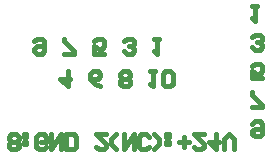
<source format=gbo>
G04*
G04 #@! TF.GenerationSoftware,Altium Limited,Altium Designer,20.0.13 (296)*
G04*
G04 Layer_Color=32896*
%FSLAX24Y24*%
%MOIN*%
G70*
G01*
G75*
%ADD11C,0.0150*%
D11*
X25951Y37163D02*
Y36663D01*
X25701Y36913D01*
X26034D01*
X27034Y36663D02*
X26867Y36746D01*
X26701Y36913D01*
Y37080D01*
X26784Y37163D01*
X26951D01*
X27034Y37080D01*
Y36996D01*
X26951Y36913D01*
X26701D01*
X27701Y36746D02*
X27784Y36663D01*
X27950D01*
X28034Y36746D01*
Y36830D01*
X27950Y36913D01*
X28034Y36996D01*
Y37080D01*
X27950Y37163D01*
X27784D01*
X27701Y37080D01*
Y36996D01*
X27784Y36913D01*
X27701Y36830D01*
Y36746D01*
X27784Y36913D02*
X27950D01*
X28700Y37163D02*
X28867D01*
X28784D01*
Y36663D01*
X28700Y36746D01*
X29117D02*
X29200Y36663D01*
X29367D01*
X29450Y36746D01*
Y37080D01*
X29367Y37163D01*
X29200D01*
X29117Y37080D01*
Y36746D01*
X23979Y34660D02*
X24062Y34577D01*
X24229D01*
X24312Y34660D01*
Y34743D01*
X24229Y34826D01*
X24312Y34910D01*
Y34993D01*
X24229Y35076D01*
X24062D01*
X23979Y34993D01*
Y34910D01*
X24062Y34826D01*
X23979Y34743D01*
Y34660D01*
X24062Y34826D02*
X24229D01*
X24479Y34743D02*
X24562D01*
Y34826D01*
X24479D01*
Y34743D01*
Y34993D02*
X24562D01*
Y35076D01*
X24479D01*
Y34993D01*
X25228Y34660D02*
X25145Y34577D01*
X24978D01*
X24895Y34660D01*
Y34993D01*
X24978Y35076D01*
X25145D01*
X25228Y34993D01*
Y34826D01*
X25062D01*
X25395Y35076D02*
Y34577D01*
X25728Y35076D01*
Y34577D01*
X25895D02*
Y35076D01*
X26145D01*
X26228Y34993D01*
Y34660D01*
X26145Y34577D01*
X25895D01*
X27228Y35076D02*
X26894D01*
X27228Y34743D01*
Y34660D01*
X27144Y34577D01*
X26978D01*
X26894Y34660D01*
X27561Y35076D02*
X27394Y34910D01*
Y34743D01*
X27561Y34577D01*
X27811Y35076D02*
Y34577D01*
X28144Y35076D01*
Y34577D01*
X28644Y34660D02*
X28561Y34577D01*
X28394D01*
X28311Y34660D01*
Y34993D01*
X28394Y35076D01*
X28561D01*
X28644Y34993D01*
X28811Y35076D02*
X28977Y34910D01*
Y34743D01*
X28811Y34577D01*
X29227Y34743D02*
X29310D01*
Y34826D01*
X29227D01*
Y34743D01*
Y34993D02*
X29310D01*
Y35076D01*
X29227D01*
Y34993D01*
X29644Y34826D02*
X29977D01*
X29810Y34660D02*
Y34993D01*
X30477Y35076D02*
X30143D01*
X30477Y34743D01*
Y34660D01*
X30393Y34577D01*
X30227D01*
X30143Y34660D01*
X30893Y35076D02*
Y34577D01*
X30643Y34826D01*
X30976D01*
X31143Y34577D02*
Y34910D01*
X31310Y35076D01*
X31476Y34910D01*
Y34577D01*
X24825Y38172D02*
X24908Y38256D01*
X25075D01*
X25158Y38172D01*
Y37839D01*
X25075Y37756D01*
X24908D01*
X24825Y37839D01*
Y37922D01*
X24908Y38006D01*
X25158D01*
X25825Y37756D02*
X26158D01*
Y37839D01*
X25825Y38172D01*
Y38256D01*
X27158Y37756D02*
X26825D01*
Y38006D01*
X26991Y37922D01*
X27074D01*
X27158Y38006D01*
Y38172D01*
X27074Y38256D01*
X26908D01*
X26825Y38172D01*
X27824Y37839D02*
X27908Y37756D01*
X28074D01*
X28157Y37839D01*
Y37922D01*
X28074Y38006D01*
X27991D01*
X28074D01*
X28157Y38089D01*
Y38172D01*
X28074Y38256D01*
X27908D01*
X27824Y38172D01*
X28824Y38256D02*
X28991D01*
X28907D01*
Y37756D01*
X28824Y37839D01*
X32099Y35426D02*
X32182Y35509D01*
X32349D01*
X32432Y35426D01*
Y35092D01*
X32349Y35009D01*
X32182D01*
X32099Y35092D01*
Y35176D01*
X32182Y35259D01*
X32432D01*
X32099Y35969D02*
X32432D01*
Y36052D01*
X32099Y36385D01*
Y36469D01*
X32432Y36929D02*
X32099D01*
Y37178D01*
X32265Y37095D01*
X32349D01*
X32432Y37178D01*
Y37345D01*
X32349Y37428D01*
X32182D01*
X32099Y37345D01*
Y37972D02*
X32182Y37888D01*
X32349D01*
X32432Y37972D01*
Y38055D01*
X32349Y38138D01*
X32265D01*
X32349D01*
X32432Y38222D01*
Y38305D01*
X32349Y38388D01*
X32182D01*
X32099Y38305D01*
Y39348D02*
X32265D01*
X32182D01*
Y38848D01*
X32099Y38932D01*
M02*

</source>
